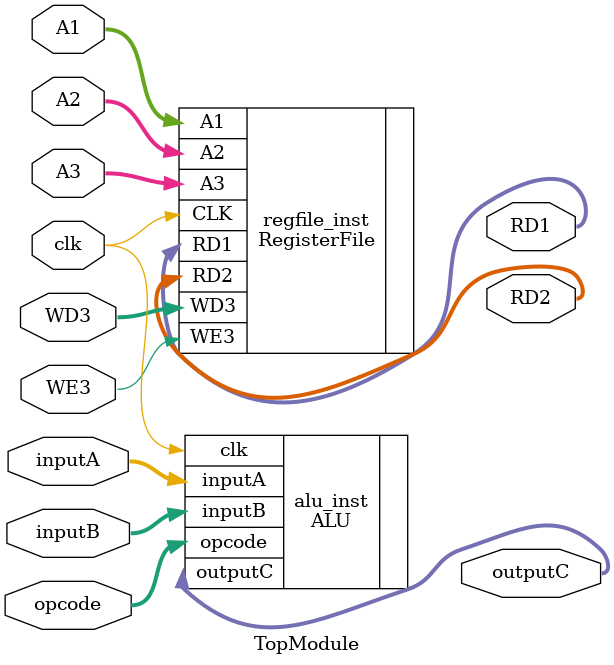
<source format=v>
`timescale 1ns / 1ps

module TopModule (
    input clk,
    input [31:0] inputA,
    input [31:0] inputB,
    input [1:0] opcode,
    input WE3,
    input [4:0] A1, 
    input [4:0] A2, 
    input [4:0] A3,
    input [31:0] WD3,
    output [31:0] outputC,
    output [31:0] RD1, 
    output [31:0] RD2
);

    ALU alu_inst (
        .inputA(inputA),
        .inputB(inputB),
        .outputC(outputC),
        .clk(clk),
        .opcode(opcode)
    );

    RegisterFile regfile_inst (
        .CLK(clk),
        .WE3(WE3),
        .A1(A1),
        .A2(A2),
        .A3(A3),
        .RD1(RD1),
        .RD2(RD2),
        .WD3(WD3)
    );

endmodule

</source>
